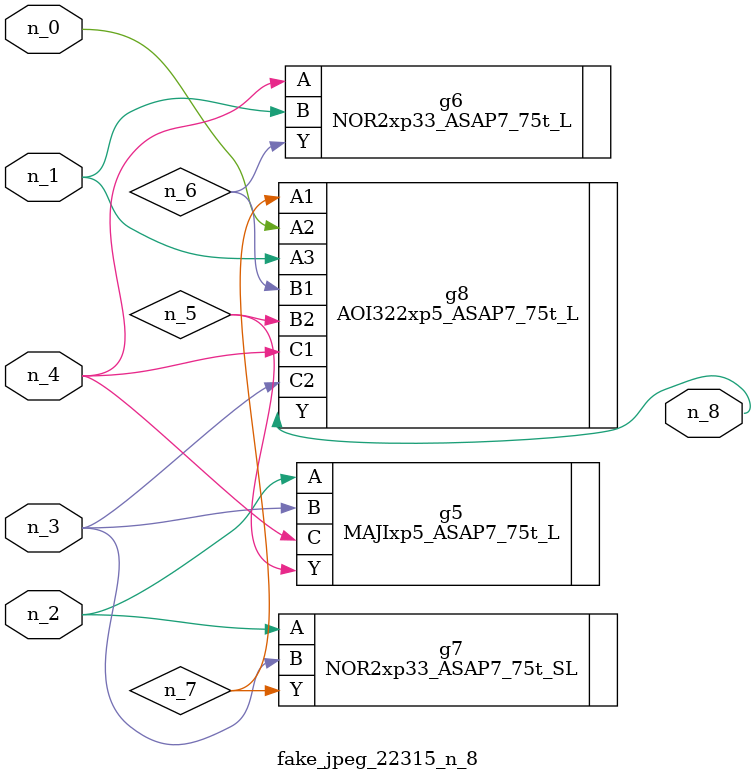
<source format=v>
module fake_jpeg_22315_n_8 (n_3, n_2, n_1, n_0, n_4, n_8);

input n_3;
input n_2;
input n_1;
input n_0;
input n_4;

output n_8;

wire n_6;
wire n_5;
wire n_7;

MAJIxp5_ASAP7_75t_L g5 ( 
.A(n_2),
.B(n_3),
.C(n_4),
.Y(n_5)
);

NOR2xp33_ASAP7_75t_L g6 ( 
.A(n_4),
.B(n_1),
.Y(n_6)
);

NOR2xp33_ASAP7_75t_SL g7 ( 
.A(n_2),
.B(n_3),
.Y(n_7)
);

AOI322xp5_ASAP7_75t_L g8 ( 
.A1(n_7),
.A2(n_0),
.A3(n_1),
.B1(n_6),
.B2(n_5),
.C1(n_4),
.C2(n_3),
.Y(n_8)
);


endmodule
</source>
